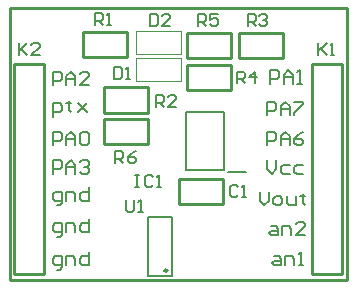
<source format=gto>
G04*
G04 #@! TF.GenerationSoftware,Altium Limited,Altium Designer,20.2.5 (213)*
G04*
G04 Layer_Color=65535*
%FSLAX42Y42*%
%MOMM*%
G71*
G04*
G04 #@! TF.SameCoordinates,5B17B380-CB23-49DD-974E-BA9C208B7A42*
G04*
G04*
G04 #@! TF.FilePolarity,Positive*
G04*
G01*
G75*
%ADD10C,0.25*%
%ADD11C,0.20*%
%ADD12C,0.25*%
%ADD13C,0.12*%
%ADD14C,0.20*%
%ADD15C,0.18*%
D10*
X3871Y3139D02*
G03*
X3871Y3139I-12J0D01*
G01*
D11*
X3710Y3590D02*
X3910D01*
X3710Y3090D02*
X3910D01*
X3710D02*
Y3590D01*
X3910Y3090D02*
Y3590D01*
X4386Y3974D02*
X4538D01*
X4351Y3987D02*
Y4477D01*
X4031D02*
X4351D01*
X4031Y3987D02*
Y4477D01*
Y3987D02*
X4351D01*
D12*
X3162Y5161D02*
X3531D01*
X3162Y4948D02*
X3531D01*
X3162D02*
Y5161D01*
X3531Y4948D02*
Y5161D01*
X5093Y3111D02*
X5347D01*
X5093D02*
Y4890D01*
X5347D01*
Y3111D02*
Y4890D01*
X2832Y3111D02*
Y4890D01*
X2578D02*
X2832D01*
X2578Y3111D02*
Y4890D01*
Y3111D02*
X2832D01*
X4483Y5149D02*
X4851D01*
X4483Y4935D02*
X4851D01*
X4483D02*
Y5149D01*
X4851Y4935D02*
Y5149D01*
X3340Y4425D02*
X3708D01*
X3340Y4211D02*
X3708D01*
X3340D02*
Y4425D01*
X3708Y4211D02*
Y4425D01*
X3340Y4689D02*
X3708D01*
X3340Y4476D02*
X3708D01*
X3340D02*
Y4689D01*
X3708Y4476D02*
Y4689D01*
X4039Y4669D02*
X4407D01*
X4039Y4882D02*
X4407D01*
Y4669D02*
Y4882D01*
X4039Y4669D02*
Y4882D01*
Y4935D02*
X4407D01*
X4039Y5149D02*
X4407D01*
Y4935D02*
Y5149D01*
X4039Y4935D02*
Y5149D01*
X3975Y3917D02*
X4343D01*
X3975Y3703D02*
X4343D01*
X3975D02*
Y3917D01*
X4343Y3703D02*
Y3917D01*
X2540Y3061D02*
X5397D01*
Y5359D01*
X2540D02*
X5397D01*
X2540Y3061D02*
Y5359D01*
D13*
X3609Y4742D02*
Y4935D01*
X3990Y4742D02*
Y4935D01*
X3609D02*
X3990D01*
X3609Y4742D02*
X3990D01*
X3609Y4973D02*
Y5166D01*
X3990Y4973D02*
Y5166D01*
X3609D02*
X3990D01*
X3609Y4973D02*
X3990D01*
D14*
X4745Y4719D02*
Y4834D01*
X4802D01*
X4821Y4815D01*
Y4776D01*
X4802Y4757D01*
X4745D01*
X4859Y4719D02*
Y4795D01*
X4897Y4834D01*
X4935Y4795D01*
Y4719D01*
Y4776D01*
X4859D01*
X4973Y4719D02*
X5011D01*
X4992D01*
Y4834D01*
X4973Y4815D01*
X4719Y4453D02*
Y4567D01*
X4776D01*
X4795Y4548D01*
Y4510D01*
X4776Y4491D01*
X4719D01*
X4834Y4453D02*
Y4529D01*
X4872Y4567D01*
X4910Y4529D01*
Y4453D01*
Y4510D01*
X4834D01*
X4948Y4567D02*
X5024D01*
Y4548D01*
X4948Y4472D01*
Y4453D01*
X4719Y4199D02*
Y4313D01*
X4776D01*
X4795Y4294D01*
Y4256D01*
X4776Y4237D01*
X4719D01*
X4834Y4199D02*
Y4275D01*
X4872Y4313D01*
X4910Y4275D01*
Y4199D01*
Y4256D01*
X4834D01*
X5024Y4313D02*
X4986Y4294D01*
X4948Y4256D01*
Y4218D01*
X4967Y4199D01*
X5005D01*
X5024Y4218D01*
Y4237D01*
X5005Y4256D01*
X4948D01*
X4719Y4072D02*
Y3995D01*
X4757Y3957D01*
X4795Y3995D01*
Y4072D01*
X4910Y4033D02*
X4853D01*
X4834Y4014D01*
Y3976D01*
X4853Y3957D01*
X4910D01*
X5024Y4033D02*
X4967D01*
X4948Y4014D01*
Y3976D01*
X4967Y3957D01*
X5024D01*
X4656Y3805D02*
Y3729D01*
X4694Y3691D01*
X4732Y3729D01*
Y3805D01*
X4789Y3691D02*
X4827D01*
X4846Y3710D01*
Y3748D01*
X4827Y3767D01*
X4789D01*
X4770Y3748D01*
Y3710D01*
X4789Y3691D01*
X4884Y3767D02*
Y3710D01*
X4903Y3691D01*
X4961D01*
Y3767D01*
X5018Y3786D02*
Y3767D01*
X4999D01*
X5037D01*
X5018D01*
Y3710D01*
X5037Y3691D01*
X4751Y3513D02*
X4789D01*
X4808Y3494D01*
Y3437D01*
X4751D01*
X4732Y3456D01*
X4751Y3475D01*
X4808D01*
X4846Y3437D02*
Y3513D01*
X4903D01*
X4922Y3494D01*
Y3437D01*
X5037D02*
X4961D01*
X5037Y3513D01*
Y3532D01*
X5018Y3551D01*
X4980D01*
X4961Y3532D01*
X4776Y3259D02*
X4815D01*
X4834Y3240D01*
Y3183D01*
X4776D01*
X4757Y3202D01*
X4776Y3221D01*
X4834D01*
X4872Y3183D02*
Y3259D01*
X4929D01*
X4948Y3240D01*
Y3183D01*
X4986D02*
X5024D01*
X5005D01*
Y3297D01*
X4986Y3278D01*
X2903Y4440D02*
Y4554D01*
X2960D01*
X2979Y4535D01*
Y4497D01*
X2960Y4478D01*
X2903D01*
X3037Y4573D02*
Y4554D01*
X3017D01*
X3056D01*
X3037D01*
Y4497D01*
X3056Y4478D01*
X3113Y4554D02*
X3189Y4478D01*
X3151Y4516D01*
X3189Y4554D01*
X3113Y4478D01*
X2903Y4707D02*
Y4821D01*
X2960D01*
X2979Y4802D01*
Y4764D01*
X2960Y4745D01*
X2903D01*
X3017Y4707D02*
Y4783D01*
X3056Y4821D01*
X3094Y4783D01*
Y4707D01*
Y4764D01*
X3017D01*
X3208Y4707D02*
X3132D01*
X3208Y4783D01*
Y4802D01*
X3189Y4821D01*
X3151D01*
X3132Y4802D01*
X2903Y4199D02*
Y4313D01*
X2960D01*
X2979Y4294D01*
Y4256D01*
X2960Y4237D01*
X2903D01*
X3017Y4199D02*
Y4275D01*
X3056Y4313D01*
X3094Y4275D01*
Y4199D01*
Y4256D01*
X3017D01*
X3132Y4294D02*
X3151Y4313D01*
X3189D01*
X3208Y4294D01*
Y4218D01*
X3189Y4199D01*
X3151D01*
X3132Y4218D01*
Y4294D01*
X2903Y3957D02*
Y4072D01*
X2960D01*
X2979Y4053D01*
Y4014D01*
X2960Y3995D01*
X2903D01*
X3017Y3957D02*
Y4033D01*
X3056Y4072D01*
X3094Y4033D01*
Y3957D01*
Y4014D01*
X3017D01*
X3132Y4053D02*
X3151Y4072D01*
X3189D01*
X3208Y4053D01*
Y4033D01*
X3189Y4014D01*
X3170D01*
X3189D01*
X3208Y3995D01*
Y3976D01*
X3189Y3957D01*
X3151D01*
X3132Y3976D01*
X2941Y3691D02*
X2960D01*
X2979Y3710D01*
Y3805D01*
X2922D01*
X2903Y3786D01*
Y3748D01*
X2922Y3729D01*
X2979D01*
X3017D02*
Y3805D01*
X3075D01*
X3094Y3786D01*
Y3729D01*
X3208Y3843D02*
Y3729D01*
X3151D01*
X3132Y3748D01*
Y3786D01*
X3151Y3805D01*
X3208D01*
X2941Y3424D02*
X2960D01*
X2979Y3443D01*
Y3538D01*
X2922D01*
X2903Y3519D01*
Y3481D01*
X2922Y3462D01*
X2979D01*
X3017D02*
Y3538D01*
X3075D01*
X3094Y3519D01*
Y3462D01*
X3208Y3576D02*
Y3462D01*
X3151D01*
X3132Y3481D01*
Y3519D01*
X3151Y3538D01*
X3208D01*
X2941Y3145D02*
X2960D01*
X2979Y3164D01*
Y3259D01*
X2922D01*
X2903Y3240D01*
Y3202D01*
X2922Y3183D01*
X2979D01*
X3017D02*
Y3259D01*
X3075D01*
X3094Y3240D01*
Y3183D01*
X3208Y3297D02*
Y3183D01*
X3151D01*
X3132Y3202D01*
Y3240D01*
X3151Y3259D01*
X3208D01*
D15*
X2620Y5067D02*
Y4966D01*
Y5000D01*
X2688Y5067D01*
X2637Y5017D01*
X2688Y4966D01*
X2790D02*
X2722D01*
X2790Y5033D01*
Y5050D01*
X2773Y5067D01*
X2739D01*
X2722Y5050D01*
X3526Y3734D02*
Y3649D01*
X3543Y3632D01*
X3577D01*
X3594Y3649D01*
Y3734D01*
X3628Y3632D02*
X3662D01*
X3645D01*
Y3734D01*
X3628Y3717D01*
X3433Y4051D02*
Y4153D01*
X3484D01*
X3501Y4136D01*
Y4102D01*
X3484Y4085D01*
X3433D01*
X3467D02*
X3501Y4051D01*
X3603Y4153D02*
X3569Y4136D01*
X3535Y4102D01*
Y4068D01*
X3552Y4051D01*
X3586D01*
X3603Y4068D01*
Y4085D01*
X3586Y4102D01*
X3535D01*
X4132Y5207D02*
Y5309D01*
X4183D01*
X4199Y5292D01*
Y5258D01*
X4183Y5241D01*
X4132D01*
X4166D02*
X4199Y5207D01*
X4301Y5309D02*
X4233D01*
Y5258D01*
X4267Y5275D01*
X4284D01*
X4301Y5258D01*
Y5224D01*
X4284Y5207D01*
X4250D01*
X4233Y5224D01*
X4462Y4722D02*
Y4823D01*
X4513D01*
X4530Y4807D01*
Y4773D01*
X4513Y4756D01*
X4462D01*
X4496D02*
X4530Y4722D01*
X4614D02*
Y4823D01*
X4564Y4773D01*
X4631D01*
X4551Y5207D02*
Y5309D01*
X4602D01*
X4619Y5292D01*
Y5258D01*
X4602Y5241D01*
X4551D01*
X4585D02*
X4619Y5207D01*
X4652Y5292D02*
X4669Y5309D01*
X4703D01*
X4720Y5292D01*
Y5275D01*
X4703Y5258D01*
X4686D01*
X4703D01*
X4720Y5241D01*
Y5224D01*
X4703Y5207D01*
X4669D01*
X4652Y5224D01*
X3776Y4521D02*
Y4623D01*
X3827D01*
X3844Y4606D01*
Y4572D01*
X3827Y4555D01*
X3776D01*
X3810D02*
X3844Y4521D01*
X3945D02*
X3878D01*
X3945Y4589D01*
Y4606D01*
X3929Y4623D01*
X3895D01*
X3878Y4606D01*
X3260Y5220D02*
Y5321D01*
X3310D01*
X3327Y5304D01*
Y5271D01*
X3310Y5254D01*
X3260D01*
X3294D02*
X3327Y5220D01*
X3361D02*
X3395D01*
X3378D01*
Y5321D01*
X3361Y5304D01*
X5152Y5067D02*
Y4966D01*
Y5000D01*
X5220Y5067D01*
X5169Y5017D01*
X5220Y4966D01*
X5254D02*
X5287D01*
X5270D01*
Y5067D01*
X5254Y5050D01*
X3598Y3950D02*
X3632D01*
X3615D01*
Y3848D01*
X3598D01*
X3632D01*
X3751Y3933D02*
X3734Y3950D01*
X3700D01*
X3683Y3933D01*
Y3865D01*
X3700Y3848D01*
X3734D01*
X3751Y3865D01*
X3785Y3848D02*
X3818D01*
X3802D01*
Y3950D01*
X3785Y3933D01*
X3725Y5309D02*
Y5207D01*
X3776D01*
X3793Y5224D01*
Y5292D01*
X3776Y5309D01*
X3725D01*
X3895Y5207D02*
X3827D01*
X3895Y5275D01*
Y5292D01*
X3878Y5309D01*
X3844D01*
X3827Y5292D01*
X3421Y4864D02*
Y4763D01*
X3471D01*
X3488Y4779D01*
Y4847D01*
X3471Y4864D01*
X3421D01*
X3522Y4763D02*
X3556D01*
X3539D01*
Y4864D01*
X3522Y4847D01*
X4470Y3844D02*
X4453Y3861D01*
X4420D01*
X4403Y3844D01*
Y3776D01*
X4420Y3759D01*
X4453D01*
X4470Y3776D01*
X4504Y3759D02*
X4538D01*
X4521D01*
Y3861D01*
X4504Y3844D01*
M02*

</source>
